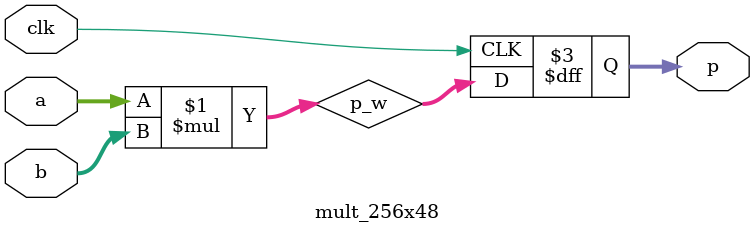
<source format=v>



module mult_256x48( //1 cycle delay ver
    input          clk,
    input  [255:0] a,
    input  [47 :0] b,
    output reg [303:0] p
    );

//    wire [127:0] a_h, a_l;
//    wire [15 :0] b_h, b_m, b_l;
//    wire [143:0] p_hl, p_hm, p_hh, p_ll, p_lm, p_lh;
//    wire [303:0] p_hl_shift, p_hm_shift, p_hh_shift, p_ll_shift, p_lm_shift, p_lh_shift;
//    reg  [303:0] p_hl_shift_reg, p_hm_shift_reg, p_hh_shift_reg, p_ll_shift_reg, p_lm_shift_reg, p_lh_shift_reg;
//    wire [303:0] p_sum_h, p_sum_l;
//    wire [303:0] p_sum_h_reg, p_sum_l_reg;
//    
//    assign a_h = a[128+:128]; assign a_l = a[0+:128]; assign b_h = b[32+:16]; assign b_m = b[16+:16]; assign b_l = b[0+:16];
//    
//    mult_partial #(.WIDTH_A(128), .WIDTH_B(16), .WIDTH_DSP(26), .DSP_NUM(5)) mult_partial_hl (.a(a_h), .b(b_l), .p(p_hl));
//    mult_partial #(.WIDTH_A(128), .WIDTH_B(16), .WIDTH_DSP(26), .DSP_NUM(5)) mult_partial_hm (.a(a_h), .b(b_m), .p(p_hm));
//    mult_partial #(.WIDTH_A(128), .WIDTH_B(16), .WIDTH_DSP(26), .DSP_NUM(5)) mult_partial_hh (.a(a_h), .b(b_h), .p(p_hh));
//    mult_partial #(.WIDTH_A(128), .WIDTH_B(16), .WIDTH_DSP(26), .DSP_NUM(5)) mult_partial_ll (.a(a_l), .b(b_l), .p(p_ll));
//    mult_partial #(.WIDTH_A(128), .WIDTH_B(16), .WIDTH_DSP(26), .DSP_NUM(5)) mult_partial_lm (.a(a_l), .b(b_m), .p(p_lm));
//    mult_partial #(.WIDTH_A(128), .WIDTH_B(16), .WIDTH_DSP(26), .DSP_NUM(5)) mult_partial_lh (.a(a_l), .b(b_h), .p(p_lh));
//    
//    assign p_ll_shift = { {16{1'b0}} , {16{1'b0}} , {128{1'b0}} , p_ll };
//    assign p_lm_shift = { {16{1'b0}}  , {128{1'b0}} , p_lm , {16{1'b0}}};
//    assign p_lh_shift = { {128{1'b0}} , p_lh , {16{1'b0}} , {16{1'b0}} };
//    assign p_hl_shift = { {16{1'b0}} , {16{1'b0}}  , p_hl , {128{1'b0}}};
//    assign p_hm_shift = { {16{1'b0}}   , p_hm , {16{1'b0}}, {128{1'b0}}};
//    assign p_hh_shift = {  p_hh , {16{1'b0}} , {16{1'b0}} , {128{1'b0}}};
//    
//    always @(posedge clk) begin
//        p_ll_shift_reg <= p_ll_shift; p_lm_shift_reg <= p_lm_shift; p_lh_shift_reg <= p_lh_shift;
//        p_hl_shift_reg <= p_hl_shift; p_hm_shift_reg <= p_hm_shift; p_hh_shift_reg <= p_hh_shift;
//    end
//
//    assign p_sum_h = p_hl_shift_reg + p_hm_shift_reg + p_hh_shift_reg;
//    assign p_sum_l = p_ll_shift_reg + p_lm_shift_reg + p_lh_shift_reg;
//    
//    assign p_sum_h_reg = p_sum_h; 
//    assign p_sum_l_reg = p_sum_l;
//    
//    assign p = p_sum_h_reg + p_sum_l_reg;
//    
    wire [303:0] p_w = a*b;
    always @(posedge clk) begin p <= p_w; end
endmodule

</source>
